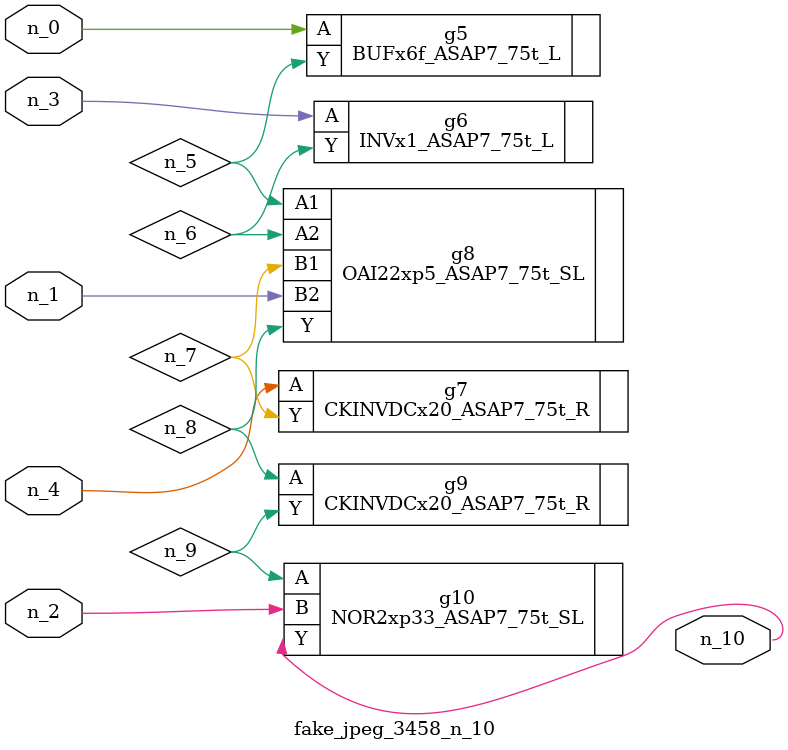
<source format=v>
module fake_jpeg_3458_n_10 (n_3, n_2, n_1, n_0, n_4, n_10);

input n_3;
input n_2;
input n_1;
input n_0;
input n_4;

output n_10;

wire n_8;
wire n_9;
wire n_6;
wire n_5;
wire n_7;

BUFx6f_ASAP7_75t_L g5 ( 
.A(n_0),
.Y(n_5)
);

INVx1_ASAP7_75t_L g6 ( 
.A(n_3),
.Y(n_6)
);

CKINVDCx20_ASAP7_75t_R g7 ( 
.A(n_4),
.Y(n_7)
);

OAI22xp5_ASAP7_75t_SL g8 ( 
.A1(n_5),
.A2(n_6),
.B1(n_7),
.B2(n_1),
.Y(n_8)
);

CKINVDCx20_ASAP7_75t_R g9 ( 
.A(n_8),
.Y(n_9)
);

NOR2xp33_ASAP7_75t_SL g10 ( 
.A(n_9),
.B(n_2),
.Y(n_10)
);


endmodule
</source>
